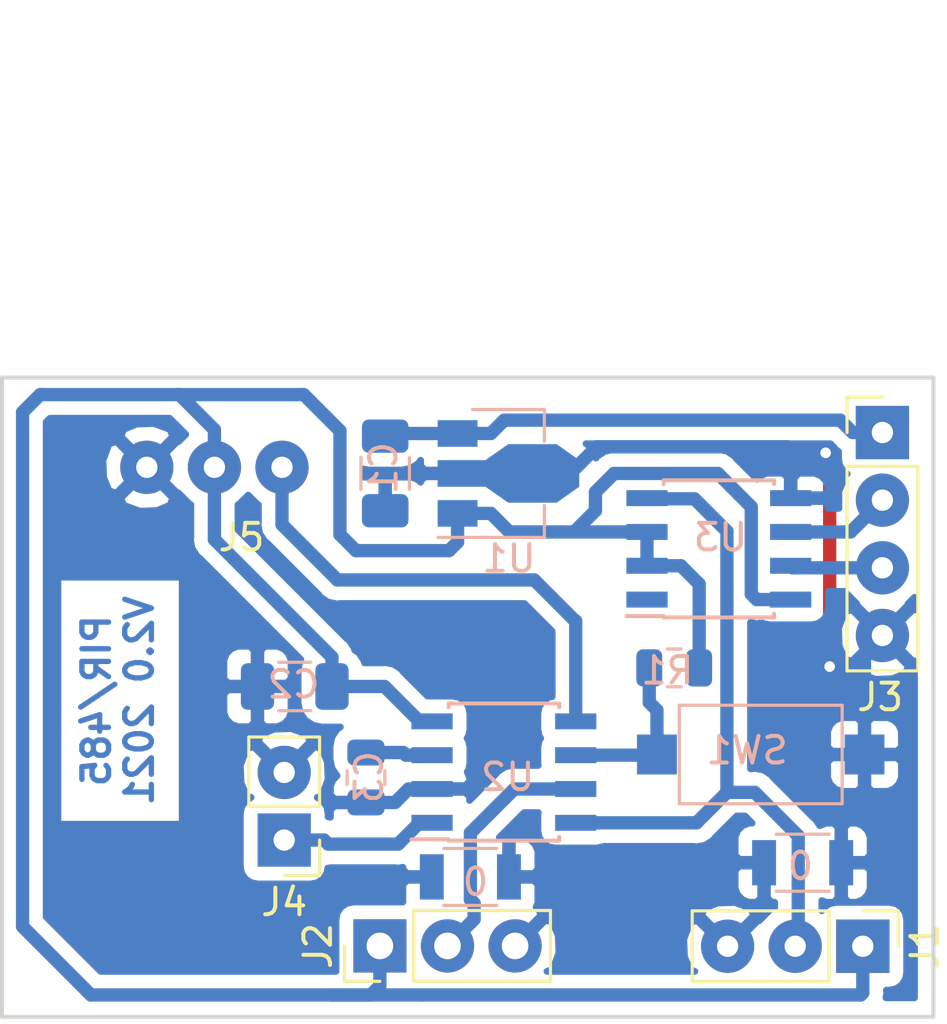
<source format=kicad_pcb>
(kicad_pcb (version 20171130) (host pcbnew "(5.0.2)-1")

  (general
    (thickness 1.6)
    (drawings 5)
    (tracks 110)
    (zones 0)
    (modules 15)
    (nets 13)
  )

  (page User 210.007 148.006)
  (layers
    (0 F.Cu signal)
    (31 B.Cu signal)
    (32 B.Adhes user)
    (33 F.Adhes user)
    (34 B.Paste user)
    (35 F.Paste user)
    (36 B.SilkS user)
    (37 F.SilkS user)
    (38 B.Mask user)
    (39 F.Mask user)
    (40 Dwgs.User user)
    (41 Cmts.User user)
    (42 Eco1.User user)
    (43 Eco2.User user)
    (44 Edge.Cuts user)
    (45 Margin user)
    (46 B.CrtYd user)
    (47 F.CrtYd user)
    (48 B.Fab user hide)
    (49 F.Fab user)
  )

  (setup
    (last_trace_width 0.25)
    (trace_clearance 0.3)
    (zone_clearance 0.508)
    (zone_45_only no)
    (trace_min 0.2)
    (segment_width 0.2)
    (edge_width 0.15)
    (via_size 0.8)
    (via_drill 0.4)
    (via_min_size 0.4)
    (via_min_drill 0.3)
    (uvia_size 0.3)
    (uvia_drill 0.1)
    (uvias_allowed no)
    (uvia_min_size 0.2)
    (uvia_min_drill 0.1)
    (pcb_text_width 0.3)
    (pcb_text_size 1.5 1.5)
    (mod_edge_width 0.15)
    (mod_text_size 1 1)
    (mod_text_width 0.15)
    (pad_size 2 2)
    (pad_drill 0.8)
    (pad_to_mask_clearance 0.051)
    (solder_mask_min_width 0.25)
    (aux_axis_origin 0 0)
    (visible_elements 7FFFFFFF)
    (pcbplotparams
      (layerselection 0x00000_fffffffe)
      (usegerberextensions false)
      (usegerberattributes false)
      (usegerberadvancedattributes false)
      (creategerberjobfile false)
      (excludeedgelayer false)
      (linewidth 0.100000)
      (plotframeref false)
      (viasonmask false)
      (mode 1)
      (useauxorigin false)
      (hpglpennumber 1)
      (hpglpenspeed 20)
      (hpglpendiameter 15.000000)
      (psnegative false)
      (psa4output false)
      (plotreference false)
      (plotvalue false)
      (plotinvisibletext false)
      (padsonsilk true)
      (subtractmaskfromsilk false)
      (outputformat 5)
      (mirror false)
      (drillshape 1)
      (scaleselection 1)
      (outputdirectory "DOC/"))
  )

  (net 0 "")
  (net 1 GND)
  (net 2 +5V)
  (net 3 "Net-(C3-Pad1)")
  (net 4 /A)
  (net 5 /B)
  (net 6 /Rx)
  (net 7 /RF)
  (net 8 /BTN)
  (net 9 "Net-(U3-Pad1)")
  (net 10 /SWIM_485TX)
  (net 11 /PIR)
  (net 12 VCC)

  (net_class Default "This is the default net class."
    (clearance 0.3)
    (trace_width 0.25)
    (via_dia 0.8)
    (via_drill 0.4)
    (uvia_dia 0.3)
    (uvia_drill 0.1)
    (add_net +5V)
    (add_net /A)
    (add_net /B)
    (add_net /BTN)
    (add_net /PIR)
    (add_net /RF)
    (add_net /Rx)
    (add_net /SWIM_485TX)
    (add_net GND)
    (add_net "Net-(C3-Pad1)")
    (add_net "Net-(U3-Pad1)")
    (add_net VCC)
  )

  (module TO_SOT_Packages_SMD:SOT-89-3 (layer B.Cu) (tedit 591F0203) (tstamp 601A8291)
    (at 48.6 33.6)
    (descr SOT-89-3)
    (tags SOT-89-3)
    (path /601A900E)
    (attr smd)
    (fp_text reference U1 (at 0.45 3.2) (layer B.SilkS)
      (effects (font (size 1 1) (thickness 0.15)) (justify mirror))
    )
    (fp_text value L78L05_SOT89 (at 0.45 -3.25) (layer B.Fab)
      (effects (font (size 1 1) (thickness 0.15)) (justify mirror))
    )
    (fp_line (start -2.48 -2.55) (end -2.48 2.55) (layer B.CrtYd) (width 0.05))
    (fp_line (start -2.48 -2.55) (end 3.23 -2.55) (layer B.CrtYd) (width 0.05))
    (fp_line (start 3.23 2.55) (end -2.48 2.55) (layer B.CrtYd) (width 0.05))
    (fp_line (start 3.23 2.55) (end 3.23 -2.55) (layer B.CrtYd) (width 0.05))
    (fp_line (start -0.13 2.3) (end 1.68 2.3) (layer B.Fab) (width 0.1))
    (fp_line (start -0.92 -2.3) (end -0.92 1.51) (layer B.Fab) (width 0.1))
    (fp_line (start 1.68 -2.3) (end -0.92 -2.3) (layer B.Fab) (width 0.1))
    (fp_line (start 1.68 2.3) (end 1.68 -2.3) (layer B.Fab) (width 0.1))
    (fp_line (start -0.92 1.51) (end -0.13 2.3) (layer B.Fab) (width 0.1))
    (fp_line (start 1.78 2.4) (end 1.78 1.2) (layer B.SilkS) (width 0.12))
    (fp_line (start -2.22 2.4) (end 1.78 2.4) (layer B.SilkS) (width 0.12))
    (fp_line (start 1.78 -2.4) (end -0.92 -2.4) (layer B.SilkS) (width 0.12))
    (fp_line (start 1.78 -1.2) (end 1.78 -2.4) (layer B.SilkS) (width 0.12))
    (fp_text user %R (at 0.38 0 -90) (layer B.Fab)
      (effects (font (size 0.6 0.6) (thickness 0.09)) (justify mirror))
    )
    (pad 2 smd trapezoid (at -0.0762 0 270) (size 1.5 1) (rect_delta 0 -0.7 ) (layers B.Cu B.Paste B.Mask)
      (net 1 GND))
    (pad 2 smd rect (at 1.3335 0 90) (size 2.2 1.84) (layers B.Cu B.Paste B.Mask)
      (net 1 GND))
    (pad 3 smd rect (at -1.48 -1.5 90) (size 1 1.5) (layers B.Cu B.Paste B.Mask)
      (net 12 VCC))
    (pad 2 smd rect (at -1.3335 0 90) (size 1 1.8) (layers B.Cu B.Paste B.Mask)
      (net 1 GND))
    (pad 1 smd rect (at -1.48 1.5 90) (size 1 1.5) (layers B.Cu B.Paste B.Mask)
      (net 2 +5V))
    (pad 2 smd trapezoid (at 2.667 0 90) (size 1.6 0.85) (rect_delta 0 -0.6 ) (layers B.Cu B.Paste B.Mask)
      (net 1 GND))
    (model ${KISYS3DMOD}/TO_SOT_Packages_SMD.3dshapes/SOT-89-3.wrl
      (at (xyz 0 0 0))
      (scale (xyz 1 1 1))
      (rotate (xyz 0 0 0))
    )
  )

  (module Resistors_SMD:R_1206 (layer B.Cu) (tedit 5FE45C5D) (tstamp 5FE31BCB)
    (at 60.086 48.218)
    (descr "Resistor SMD 1206, reflow soldering, Vishay (see dcrcw.pdf)")
    (tags "resistor 1206")
    (attr smd)
    (fp_text reference 0 (at -0.086 0.127) (layer B.SilkS)
      (effects (font (size 1 1) (thickness 0.15)) (justify mirror))
    )
    (fp_text value R_1206 (at 0 -1.95) (layer B.Fab)
      (effects (font (size 1 1) (thickness 0.15)) (justify mirror))
    )
    (fp_line (start 2.15 -1.1) (end -2.15 -1.1) (layer B.CrtYd) (width 0.05))
    (fp_line (start 2.15 -1.1) (end 2.15 1.11) (layer B.CrtYd) (width 0.05))
    (fp_line (start -2.15 1.11) (end -2.15 -1.1) (layer B.CrtYd) (width 0.05))
    (fp_line (start -2.15 1.11) (end 2.15 1.11) (layer B.CrtYd) (width 0.05))
    (fp_line (start -1 1.07) (end 1 1.07) (layer B.SilkS) (width 0.12))
    (fp_line (start 1 -1.07) (end -1 -1.07) (layer B.SilkS) (width 0.12))
    (fp_line (start -1.6 0.8) (end 1.6 0.8) (layer B.Fab) (width 0.1))
    (fp_line (start 1.6 0.8) (end 1.6 -0.8) (layer B.Fab) (width 0.1))
    (fp_line (start 1.6 -0.8) (end -1.6 -0.8) (layer B.Fab) (width 0.1))
    (fp_line (start -1.6 -0.8) (end -1.6 0.8) (layer B.Fab) (width 0.1))
    (fp_text user %R (at 0 0) (layer B.Fab)
      (effects (font (size 0.7 0.7) (thickness 0.105)) (justify mirror))
    )
    (pad 2 smd rect (at 1.45 0) (size 0.9 1.7) (layers B.Cu B.Paste B.Mask)
      (net 1 GND))
    (pad 1 smd rect (at -1.45 0) (size 0.9 1.7) (layers B.Cu B.Paste B.Mask)
      (net 1 GND))
    (model ${KISYS3DMOD}/Resistors_SMD.3dshapes/R_1206.wrl
      (at (xyz 0 0 0))
      (scale (xyz 1 1 1))
      (rotate (xyz 0 0 0))
    )
  )

  (module KiCad/kicad-footprints/Capacitor_SMD.pretty:C_1206_3216Metric (layer B.Cu) (tedit 5B301BBE) (tstamp 5FAF27E0)
    (at 44.4 33.6 270)
    (descr "Capacitor SMD 1206 (3216 Metric), square (rectangular) end terminal, IPC_7351 nominal, (Body size source: http://www.tortai-tech.com/upload/download/2011102023233369053.pdf), generated with kicad-footprint-generator")
    (tags capacitor)
    (path /5FADC9A8)
    (attr smd)
    (fp_text reference C1 (at -0.202 0.0635 270) (layer B.SilkS)
      (effects (font (size 1 1) (thickness 0.15)) (justify mirror))
    )
    (fp_text value 10u (at 0 -1.82 270) (layer B.Fab)
      (effects (font (size 1 1) (thickness 0.15)) (justify mirror))
    )
    (fp_line (start -1.6 -0.8) (end -1.6 0.8) (layer B.Fab) (width 0.1))
    (fp_line (start -1.6 0.8) (end 1.6 0.8) (layer B.Fab) (width 0.1))
    (fp_line (start 1.6 0.8) (end 1.6 -0.8) (layer B.Fab) (width 0.1))
    (fp_line (start 1.6 -0.8) (end -1.6 -0.8) (layer B.Fab) (width 0.1))
    (fp_line (start -0.602064 0.91) (end 0.602064 0.91) (layer B.SilkS) (width 0.12))
    (fp_line (start -0.602064 -0.91) (end 0.602064 -0.91) (layer B.SilkS) (width 0.12))
    (fp_line (start -2.28 -1.12) (end -2.28 1.12) (layer B.CrtYd) (width 0.05))
    (fp_line (start -2.28 1.12) (end 2.28 1.12) (layer B.CrtYd) (width 0.05))
    (fp_line (start 2.28 1.12) (end 2.28 -1.12) (layer B.CrtYd) (width 0.05))
    (fp_line (start 2.28 -1.12) (end -2.28 -1.12) (layer B.CrtYd) (width 0.05))
    (fp_text user %R (at 0 0 270) (layer B.Fab)
      (effects (font (size 0.8 0.8) (thickness 0.12)) (justify mirror))
    )
    (pad 1 smd roundrect (at -1.4 0 270) (size 1.25 1.75) (layers B.Cu B.Paste B.Mask) (roundrect_rratio 0.2)
      (net 12 VCC))
    (pad 2 smd roundrect (at 1.4 0 270) (size 1.25 1.75) (layers B.Cu B.Paste B.Mask) (roundrect_rratio 0.2)
      (net 1 GND))
    (model ${KISYS3DMOD}/Capacitor_SMD.3dshapes/C_1206_3216Metric.wrl
      (at (xyz 0 0 0))
      (scale (xyz 1 1 1))
      (rotate (xyz 0 0 0))
    )
  )

  (module KiCad/kicad-footprints/Capacitor_SMD.pretty:C_1206_3216Metric (layer B.Cu) (tedit 5B301BBE) (tstamp 5FAF27F1)
    (at 41 41.6 180)
    (descr "Capacitor SMD 1206 (3216 Metric), square (rectangular) end terminal, IPC_7351 nominal, (Body size source: http://www.tortai-tech.com/upload/download/2011102023233369053.pdf), generated with kicad-footprint-generator")
    (tags capacitor)
    (path /5FADC895)
    (attr smd)
    (fp_text reference C2 (at 0.0448 0.0762 180) (layer B.SilkS)
      (effects (font (size 1 1) (thickness 0.15)) (justify mirror))
    )
    (fp_text value 10u (at 0 -1.82 180) (layer B.Fab)
      (effects (font (size 1 1) (thickness 0.15)) (justify mirror))
    )
    (fp_text user %R (at 0 0 180) (layer B.Fab)
      (effects (font (size 0.8 0.8) (thickness 0.12)) (justify mirror))
    )
    (fp_line (start 2.28 -1.12) (end -2.28 -1.12) (layer B.CrtYd) (width 0.05))
    (fp_line (start 2.28 1.12) (end 2.28 -1.12) (layer B.CrtYd) (width 0.05))
    (fp_line (start -2.28 1.12) (end 2.28 1.12) (layer B.CrtYd) (width 0.05))
    (fp_line (start -2.28 -1.12) (end -2.28 1.12) (layer B.CrtYd) (width 0.05))
    (fp_line (start -0.602064 -0.91) (end 0.602064 -0.91) (layer B.SilkS) (width 0.12))
    (fp_line (start -0.602064 0.91) (end 0.602064 0.91) (layer B.SilkS) (width 0.12))
    (fp_line (start 1.6 -0.8) (end -1.6 -0.8) (layer B.Fab) (width 0.1))
    (fp_line (start 1.6 0.8) (end 1.6 -0.8) (layer B.Fab) (width 0.1))
    (fp_line (start -1.6 0.8) (end 1.6 0.8) (layer B.Fab) (width 0.1))
    (fp_line (start -1.6 -0.8) (end -1.6 0.8) (layer B.Fab) (width 0.1))
    (pad 2 smd roundrect (at 1.4 0 180) (size 1.25 1.75) (layers B.Cu B.Paste B.Mask) (roundrect_rratio 0.2)
      (net 1 GND))
    (pad 1 smd roundrect (at -1.4 0 180) (size 1.25 1.75) (layers B.Cu B.Paste B.Mask) (roundrect_rratio 0.2)
      (net 2 +5V))
    (model ${KISYS3DMOD}/Capacitor_SMD.3dshapes/C_1206_3216Metric.wrl
      (at (xyz 0 0 0))
      (scale (xyz 1 1 1))
      (rotate (xyz 0 0 0))
    )
  )

  (module KiCad/kicad-footprints/Capacitor_SMD.pretty:C_0805_2012Metric (layer B.Cu) (tedit 5B36C52B) (tstamp 5FAF2802)
    (at 43.6776 45.0176 270)
    (descr "Capacitor SMD 0805 (2012 Metric), square (rectangular) end terminal, IPC_7351 nominal, (Body size source: https://docs.google.com/spreadsheets/d/1BsfQQcO9C6DZCsRaXUlFlo91Tg2WpOkGARC1WS5S8t0/edit?usp=sharing), generated with kicad-footprint-generator")
    (tags capacitor)
    (path /5FAD2E08)
    (attr smd)
    (fp_text reference C3 (at -0.0176 -0.1143 270) (layer B.SilkS)
      (effects (font (size 1 1) (thickness 0.15)) (justify mirror))
    )
    (fp_text value 1u (at 0 -1.65 270) (layer B.Fab)
      (effects (font (size 1 1) (thickness 0.15)) (justify mirror))
    )
    (fp_text user %R (at 0 0 270) (layer B.Fab)
      (effects (font (size 0.5 0.5) (thickness 0.08)) (justify mirror))
    )
    (fp_line (start 1.68 -0.95) (end -1.68 -0.95) (layer B.CrtYd) (width 0.05))
    (fp_line (start 1.68 0.95) (end 1.68 -0.95) (layer B.CrtYd) (width 0.05))
    (fp_line (start -1.68 0.95) (end 1.68 0.95) (layer B.CrtYd) (width 0.05))
    (fp_line (start -1.68 -0.95) (end -1.68 0.95) (layer B.CrtYd) (width 0.05))
    (fp_line (start -0.258578 -0.71) (end 0.258578 -0.71) (layer B.SilkS) (width 0.12))
    (fp_line (start -0.258578 0.71) (end 0.258578 0.71) (layer B.SilkS) (width 0.12))
    (fp_line (start 1 -0.6) (end -1 -0.6) (layer B.Fab) (width 0.1))
    (fp_line (start 1 0.6) (end 1 -0.6) (layer B.Fab) (width 0.1))
    (fp_line (start -1 0.6) (end 1 0.6) (layer B.Fab) (width 0.1))
    (fp_line (start -1 -0.6) (end -1 0.6) (layer B.Fab) (width 0.1))
    (pad 2 smd roundrect (at 0.9375 0 270) (size 0.975 1.4) (layers B.Cu B.Paste B.Mask) (roundrect_rratio 0.25)
      (net 1 GND))
    (pad 1 smd roundrect (at -0.9375 0 270) (size 0.975 1.4) (layers B.Cu B.Paste B.Mask) (roundrect_rratio 0.25)
      (net 3 "Net-(C3-Pad1)"))
    (model ${KISYS3DMOD}/Capacitor_SMD.3dshapes/C_0805_2012Metric.wrl
      (at (xyz 0 0 0))
      (scale (xyz 1 1 1))
      (rotate (xyz 0 0 0))
    )
  )

  (module KiCad/kicad-footprints/Connector_PinHeader_2.54mm.pretty:PinHeader_1x03_P2.54mm_Vertical (layer F.Cu) (tedit 59FED5CC) (tstamp 5FAF2819)
    (at 62.3466 51.3549 270)
    (descr "Through hole straight pin header, 1x03, 2.54mm pitch, single row")
    (tags "Through hole pin header THT 1x03 2.54mm single row")
    (path /5FAD3AE8)
    (fp_text reference J1 (at 0 -2.33 270) (layer F.SilkS)
      (effects (font (size 1 1) (thickness 0.15)))
    )
    (fp_text value SWIM (at 2.0788 2.5952) (layer F.Fab)
      (effects (font (size 1 1) (thickness 0.15)))
    )
    (fp_text user %R (at 0 7.5952) (layer F.Fab)
      (effects (font (size 1 1) (thickness 0.15)))
    )
    (fp_line (start 1.8 -1.8) (end -1.8 -1.8) (layer F.CrtYd) (width 0.05))
    (fp_line (start 1.8 6.85) (end 1.8 -1.8) (layer F.CrtYd) (width 0.05))
    (fp_line (start -1.8 6.85) (end 1.8 6.85) (layer F.CrtYd) (width 0.05))
    (fp_line (start -1.8 -1.8) (end -1.8 6.85) (layer F.CrtYd) (width 0.05))
    (fp_line (start -1.33 -1.33) (end 0 -1.33) (layer F.SilkS) (width 0.12))
    (fp_line (start -1.33 0) (end -1.33 -1.33) (layer F.SilkS) (width 0.12))
    (fp_line (start -1.33 1.27) (end 1.33 1.27) (layer F.SilkS) (width 0.12))
    (fp_line (start 1.33 1.27) (end 1.33 6.41) (layer F.SilkS) (width 0.12))
    (fp_line (start -1.33 1.27) (end -1.33 6.41) (layer F.SilkS) (width 0.12))
    (fp_line (start -1.33 6.41) (end 1.33 6.41) (layer F.SilkS) (width 0.12))
    (fp_line (start -1.27 -0.635) (end -0.635 -1.27) (layer F.Fab) (width 0.1))
    (fp_line (start -1.27 6.35) (end -1.27 -0.635) (layer F.Fab) (width 0.1))
    (fp_line (start 1.27 6.35) (end -1.27 6.35) (layer F.Fab) (width 0.1))
    (fp_line (start 1.27 -1.27) (end 1.27 6.35) (layer F.Fab) (width 0.1))
    (fp_line (start -0.635 -1.27) (end 1.27 -1.27) (layer F.Fab) (width 0.1))
    (pad 3 thru_hole circle (at 0 5.08 270) (size 2 2) (drill 0.8) (layers *.Cu *.Mask)
      (net 1 GND))
    (pad 2 thru_hole circle (at 0 2.54 270) (size 2 2) (drill 0.8) (layers *.Cu *.Mask)
      (net 10 /SWIM_485TX))
    (pad 1 thru_hole rect (at 0 0 270) (size 2 2) (drill 0.8) (layers *.Cu *.Mask)
      (net 2 +5V))
    (model ${KISYS3DMOD}/Connector_PinHeader_2.54mm.3dshapes/PinHeader_1x03_P2.54mm_Vertical.wrl
      (at (xyz 0 0 0))
      (scale (xyz 1 1 1))
      (rotate (xyz 0 0 0))
    )
  )

  (module KiCad/kicad-footprints/Connector_PinHeader_2.54mm.pretty:PinHeader_1x04_P2.54mm_Vertical (layer F.Cu) (tedit 6004AF37) (tstamp 5FAF2847)
    (at 63.0832 32.0636)
    (descr "Through hole straight pin header, 1x04, 2.54mm pitch, single row")
    (tags "Through hole pin header THT 1x04 2.54mm single row")
    (path /5FAD4EB7)
    (fp_text reference J3 (at -0.0832 9.9364) (layer F.SilkS)
      (effects (font (size 1 1) (thickness 0.15)))
    )
    (fp_text value 485 (at 0 9.95) (layer F.Fab)
      (effects (font (size 1 1) (thickness 0.15)))
    )
    (fp_text user %R (at -2.0832 -0.0636 90) (layer F.Fab)
      (effects (font (size 1 1) (thickness 0.15)))
    )
    (fp_line (start 1.8 -1.8) (end -1.8 -1.8) (layer F.CrtYd) (width 0.05))
    (fp_line (start 1.8 9.4) (end 1.8 -1.8) (layer F.CrtYd) (width 0.05))
    (fp_line (start -1.8 9.4) (end 1.8 9.4) (layer F.CrtYd) (width 0.05))
    (fp_line (start -1.8 -1.8) (end -1.8 9.4) (layer F.CrtYd) (width 0.05))
    (fp_line (start -1.33 -1.33) (end 0 -1.33) (layer F.SilkS) (width 0.12))
    (fp_line (start -1.33 0) (end -1.33 -1.33) (layer F.SilkS) (width 0.12))
    (fp_line (start -1.33 1.27) (end 1.33 1.27) (layer F.SilkS) (width 0.12))
    (fp_line (start 1.33 1.27) (end 1.33 8.95) (layer F.SilkS) (width 0.12))
    (fp_line (start -1.33 1.27) (end -1.33 8.95) (layer F.SilkS) (width 0.12))
    (fp_line (start -1.33 8.95) (end 1.33 8.95) (layer F.SilkS) (width 0.12))
    (fp_line (start -1.27 -0.635) (end -0.635 -1.27) (layer F.Fab) (width 0.1))
    (fp_line (start -1.27 8.89) (end -1.27 -0.635) (layer F.Fab) (width 0.1))
    (fp_line (start 1.27 8.89) (end -1.27 8.89) (layer F.Fab) (width 0.1))
    (fp_line (start 1.27 -1.27) (end 1.27 8.89) (layer F.Fab) (width 0.1))
    (fp_line (start -0.635 -1.27) (end 1.27 -1.27) (layer F.Fab) (width 0.1))
    (pad 4 thru_hole circle (at 0 7.62) (size 2 2) (drill 0.8) (layers *.Cu *.Mask)
      (net 1 GND))
    (pad 3 thru_hole circle (at 0 5.08) (size 2 2) (drill 0.8) (layers *.Cu *.Mask)
      (net 5 /B))
    (pad 2 thru_hole circle (at 0 2.54) (size 2 2) (drill 0.8) (layers *.Cu *.Mask)
      (net 4 /A))
    (pad 1 thru_hole rect (at 0 0) (size 2 2) (drill 0.8) (layers *.Cu *.Mask)
      (net 12 VCC))
    (model ${KISYS3DMOD}/Connector_PinHeader_2.54mm.3dshapes/PinHeader_1x04_P2.54mm_Vertical.wrl
      (at (xyz 0 0 0))
      (scale (xyz 1 1 1))
      (rotate (xyz 0 0 0))
    )
  )

  (module Shutter_RF:SYN115_Mod (layer F.Cu) (tedit 5DDE9596) (tstamp 5FAF2863)
    (at 30.622 19.77)
    (path /5FAE772B)
    (fp_text reference J5 (at 8.378 16.23) (layer F.SilkS)
      (effects (font (size 1 1) (thickness 0.15)))
    )
    (fp_text value RF (at 6.2 -3.1) (layer F.Fab)
      (effects (font (size 1 1) (thickness 0.15)))
    )
    (fp_line (start 0 15) (end 11.8 15) (layer F.CrtYd) (width 0.127))
    (fp_line (start 11.8 0) (end 11.8 15) (layer F.CrtYd) (width 0.127))
    (fp_line (start 0 0) (end 0 15) (layer F.CrtYd) (width 0.127))
    (fp_line (start 0 0) (end 11.8 0) (layer F.CrtYd) (width 0.127))
    (pad 3 thru_hole circle (at 4.82 13.6) (size 2 2) (drill 0.8) (layers *.Cu *.Mask)
      (net 1 GND))
    (pad 2 thru_hole circle (at 7.36 13.6) (size 2 2) (drill 0.8) (layers *.Cu *.Mask)
      (net 2 +5V))
    (pad 1 thru_hole circle (at 9.9 13.6) (size 2 2) (drill 0.8) (layers *.Cu *.Mask)
      (net 7 /RF))
  )

  (module KiCad/kicad-footprints/Resistor_SMD.pretty:R_0805_2012Metric (layer B.Cu) (tedit 5B36C52B) (tstamp 5FAF2874)
    (at 55.26 40.9028 180)
    (descr "Resistor SMD 0805 (2012 Metric), square (rectangular) end terminal, IPC_7351 nominal, (Body size source: https://docs.google.com/spreadsheets/d/1BsfQQcO9C6DZCsRaXUlFlo91Tg2WpOkGARC1WS5S8t0/edit?usp=sharing), generated with kicad-footprint-generator")
    (tags resistor)
    (path /5FAE2A22)
    (attr smd)
    (fp_text reference R1 (at 0.26 -0.0972 180) (layer B.SilkS)
      (effects (font (size 1 1) (thickness 0.15)) (justify mirror))
    )
    (fp_text value 10K (at 0 -1.65 180) (layer B.Fab)
      (effects (font (size 1 1) (thickness 0.15)) (justify mirror))
    )
    (fp_line (start -1 -0.6) (end -1 0.6) (layer B.Fab) (width 0.1))
    (fp_line (start -1 0.6) (end 1 0.6) (layer B.Fab) (width 0.1))
    (fp_line (start 1 0.6) (end 1 -0.6) (layer B.Fab) (width 0.1))
    (fp_line (start 1 -0.6) (end -1 -0.6) (layer B.Fab) (width 0.1))
    (fp_line (start -0.258578 0.71) (end 0.258578 0.71) (layer B.SilkS) (width 0.12))
    (fp_line (start -0.258578 -0.71) (end 0.258578 -0.71) (layer B.SilkS) (width 0.12))
    (fp_line (start -1.68 -0.95) (end -1.68 0.95) (layer B.CrtYd) (width 0.05))
    (fp_line (start -1.68 0.95) (end 1.68 0.95) (layer B.CrtYd) (width 0.05))
    (fp_line (start 1.68 0.95) (end 1.68 -0.95) (layer B.CrtYd) (width 0.05))
    (fp_line (start 1.68 -0.95) (end -1.68 -0.95) (layer B.CrtYd) (width 0.05))
    (fp_text user %R (at 0 0 180) (layer B.Fab)
      (effects (font (size 0.5 0.5) (thickness 0.08)) (justify mirror))
    )
    (pad 1 smd roundrect (at -0.9375 0 180) (size 0.975 1.4) (layers B.Cu B.Paste B.Mask) (roundrect_rratio 0.25)
      (net 2 +5V))
    (pad 2 smd roundrect (at 0.9375 0 180) (size 0.975 1.4) (layers B.Cu B.Paste B.Mask) (roundrect_rratio 0.25)
      (net 8 /BTN))
    (model ${KISYS3DMOD}/Resistor_SMD.3dshapes/R_0805_2012Metric.wrl
      (at (xyz 0 0 0))
      (scale (xyz 1 1 1))
      (rotate (xyz 0 0 0))
    )
  )

  (module KiCad/kicad-footprints/Button_Switch_SMD.pretty:SW_SPST_CK_RS282G05A3 (layer B.Cu) (tedit 5A7A67D2) (tstamp 5FAF28A0)
    (at 58.5112 44.154)
    (descr https://www.mouser.com/ds/2/60/RS-282G05A-SM_RT-1159762.pdf)
    (tags "SPST button tactile switch")
    (path /5FAE272D)
    (attr smd)
    (fp_text reference SW1 (at -0.5112 -0.154) (layer B.SilkS)
      (effects (font (size 1 1) (thickness 0.15)) (justify mirror))
    )
    (fp_text value Sw (at 0 -3) (layer B.Fab)
      (effects (font (size 1 1) (thickness 0.15)) (justify mirror))
    )
    (fp_line (start 3 1.8) (end 3 -1.8) (layer B.Fab) (width 0.1))
    (fp_line (start -3 1.8) (end -3 -1.8) (layer B.Fab) (width 0.1))
    (fp_line (start -3 1.8) (end 3 1.8) (layer B.Fab) (width 0.1))
    (fp_line (start -3 -1.8) (end 3 -1.8) (layer B.Fab) (width 0.1))
    (fp_line (start -1.5 0.8) (end -1.5 -0.8) (layer B.Fab) (width 0.1))
    (fp_line (start 1.5 0.8) (end 1.5 -0.8) (layer B.Fab) (width 0.1))
    (fp_line (start -1.5 0.8) (end 1.5 0.8) (layer B.Fab) (width 0.1))
    (fp_line (start -1.5 -0.8) (end 1.5 -0.8) (layer B.Fab) (width 0.1))
    (fp_line (start -3.06 -1.85) (end -3.06 1.85) (layer B.SilkS) (width 0.12))
    (fp_line (start 3.06 -1.85) (end -3.06 -1.85) (layer B.SilkS) (width 0.12))
    (fp_line (start 3.06 1.85) (end 3.06 -1.85) (layer B.SilkS) (width 0.12))
    (fp_line (start -3.06 1.85) (end 3.06 1.85) (layer B.SilkS) (width 0.12))
    (fp_line (start -1.75 -1) (end -1.75 1) (layer B.Fab) (width 0.1))
    (fp_line (start 1.75 -1) (end -1.75 -1) (layer B.Fab) (width 0.1))
    (fp_line (start 1.75 1) (end 1.75 -1) (layer B.Fab) (width 0.1))
    (fp_line (start -1.75 1) (end 1.75 1) (layer B.Fab) (width 0.1))
    (fp_text user %R (at 0 2.6) (layer B.Fab)
      (effects (font (size 1 1) (thickness 0.15)) (justify mirror))
    )
    (fp_line (start -4.9 2.05) (end 4.9 2.05) (layer B.CrtYd) (width 0.05))
    (fp_line (start 4.9 2.05) (end 4.9 -2.05) (layer B.CrtYd) (width 0.05))
    (fp_line (start 4.9 -2.05) (end -4.9 -2.05) (layer B.CrtYd) (width 0.05))
    (fp_line (start -4.9 -2.05) (end -4.9 2.05) (layer B.CrtYd) (width 0.05))
    (pad 2 smd rect (at 3.9 0) (size 1.5 1.5) (layers B.Cu B.Paste B.Mask)
      (net 1 GND))
    (pad 1 smd rect (at -3.9 0) (size 1.5 1.5) (layers B.Cu B.Paste B.Mask)
      (net 8 /BTN))
    (model ${KISYS3DMOD}/Button_Switch_SMD.3dshapes/SW_SPST_CK_RS282G05A3.wrl
      (at (xyz 0 0 0))
      (scale (xyz 1 1 1))
      (rotate (xyz 0 0 0))
    )
  )

  (module KiCad/kicad-footprints/Package_SO.pretty:SOIC-8_3.9x4.9mm_P1.27mm (layer B.Cu) (tedit 5A02F2D3) (tstamp 5FAF28D3)
    (at 48.8592 44.8144)
    (descr "8-Lead Plastic Small Outline (SN) - Narrow, 3.90 mm Body [SOIC] (see Microchip Packaging Specification http://ww1.microchip.com/downloads/en/PackagingSpec/00000049BQ.pdf)")
    (tags "SOIC 1.27")
    (path /5FAD2BF8)
    (attr smd)
    (fp_text reference U2 (at 0.1408 0.1856) (layer B.SilkS)
      (effects (font (size 1 1) (thickness 0.15)) (justify mirror))
    )
    (fp_text value STM8S001J3M (at 0 -3.5) (layer B.Fab)
      (effects (font (size 1 1) (thickness 0.15)) (justify mirror))
    )
    (fp_text user %R (at 0 0) (layer B.Fab)
      (effects (font (size 1 1) (thickness 0.15)) (justify mirror))
    )
    (fp_line (start -0.95 2.45) (end 1.95 2.45) (layer B.Fab) (width 0.1))
    (fp_line (start 1.95 2.45) (end 1.95 -2.45) (layer B.Fab) (width 0.1))
    (fp_line (start 1.95 -2.45) (end -1.95 -2.45) (layer B.Fab) (width 0.1))
    (fp_line (start -1.95 -2.45) (end -1.95 1.45) (layer B.Fab) (width 0.1))
    (fp_line (start -1.95 1.45) (end -0.95 2.45) (layer B.Fab) (width 0.1))
    (fp_line (start -3.73 2.7) (end -3.73 -2.7) (layer B.CrtYd) (width 0.05))
    (fp_line (start 3.73 2.7) (end 3.73 -2.7) (layer B.CrtYd) (width 0.05))
    (fp_line (start -3.73 2.7) (end 3.73 2.7) (layer B.CrtYd) (width 0.05))
    (fp_line (start -3.73 -2.7) (end 3.73 -2.7) (layer B.CrtYd) (width 0.05))
    (fp_line (start -2.075 2.575) (end -2.075 2.525) (layer B.SilkS) (width 0.15))
    (fp_line (start 2.075 2.575) (end 2.075 2.43) (layer B.SilkS) (width 0.15))
    (fp_line (start 2.075 -2.575) (end 2.075 -2.43) (layer B.SilkS) (width 0.15))
    (fp_line (start -2.075 -2.575) (end -2.075 -2.43) (layer B.SilkS) (width 0.15))
    (fp_line (start -2.075 2.575) (end 2.075 2.575) (layer B.SilkS) (width 0.15))
    (fp_line (start -2.075 -2.575) (end 2.075 -2.575) (layer B.SilkS) (width 0.15))
    (fp_line (start -2.075 2.525) (end -3.475 2.525) (layer B.SilkS) (width 0.15))
    (pad 1 smd rect (at -2.7 1.905) (size 1.55 0.6) (layers B.Cu B.Paste B.Mask)
      (net 6 /Rx))
    (pad 2 smd rect (at -2.7 0.635) (size 1.55 0.6) (layers B.Cu B.Paste B.Mask)
      (net 1 GND))
    (pad 3 smd rect (at -2.7 -0.635) (size 1.55 0.6) (layers B.Cu B.Paste B.Mask)
      (net 3 "Net-(C3-Pad1)"))
    (pad 4 smd rect (at -2.7 -1.905) (size 1.55 0.6) (layers B.Cu B.Paste B.Mask)
      (net 2 +5V))
    (pad 5 smd rect (at 2.7 -1.905) (size 1.55 0.6) (layers B.Cu B.Paste B.Mask)
      (net 7 /RF))
    (pad 6 smd rect (at 2.7 -0.635) (size 1.55 0.6) (layers B.Cu B.Paste B.Mask)
      (net 8 /BTN))
    (pad 7 smd rect (at 2.7 0.635) (size 1.55 0.6) (layers B.Cu B.Paste B.Mask)
      (net 11 /PIR))
    (pad 8 smd rect (at 2.7 1.905) (size 1.55 0.6) (layers B.Cu B.Paste B.Mask)
      (net 10 /SWIM_485TX))
    (model ${KISYS3DMOD}/Package_SO.3dshapes/SOIC-8_3.9x4.9mm_P1.27mm.wrl
      (at (xyz 0 0 0))
      (scale (xyz 1 1 1))
      (rotate (xyz 0 0 0))
    )
  )

  (module KiCad/kicad-footprints/Package_SO.pretty:SOIC-8_3.9x4.9mm_P1.27mm (layer B.Cu) (tedit 5A02F2D3) (tstamp 5FAF28F0)
    (at 56.9364 36.4324)
    (descr "8-Lead Plastic Small Outline (SN) - Narrow, 3.90 mm Body [SOIC] (see Microchip Packaging Specification http://ww1.microchip.com/downloads/en/PackagingSpec/00000049BQ.pdf)")
    (tags "SOIC 1.27")
    (path /5FAD2AEA)
    (attr smd)
    (fp_text reference U3 (at 0.0636 -0.4324) (layer B.SilkS)
      (effects (font (size 1 1) (thickness 0.15)) (justify mirror))
    )
    (fp_text value SP3485EN (at 0 -3.5) (layer B.Fab)
      (effects (font (size 1 1) (thickness 0.15)) (justify mirror))
    )
    (fp_line (start -2.075 2.525) (end -3.475 2.525) (layer B.SilkS) (width 0.15))
    (fp_line (start -2.075 -2.575) (end 2.075 -2.575) (layer B.SilkS) (width 0.15))
    (fp_line (start -2.075 2.575) (end 2.075 2.575) (layer B.SilkS) (width 0.15))
    (fp_line (start -2.075 -2.575) (end -2.075 -2.43) (layer B.SilkS) (width 0.15))
    (fp_line (start 2.075 -2.575) (end 2.075 -2.43) (layer B.SilkS) (width 0.15))
    (fp_line (start 2.075 2.575) (end 2.075 2.43) (layer B.SilkS) (width 0.15))
    (fp_line (start -2.075 2.575) (end -2.075 2.525) (layer B.SilkS) (width 0.15))
    (fp_line (start -3.73 -2.7) (end 3.73 -2.7) (layer B.CrtYd) (width 0.05))
    (fp_line (start -3.73 2.7) (end 3.73 2.7) (layer B.CrtYd) (width 0.05))
    (fp_line (start 3.73 2.7) (end 3.73 -2.7) (layer B.CrtYd) (width 0.05))
    (fp_line (start -3.73 2.7) (end -3.73 -2.7) (layer B.CrtYd) (width 0.05))
    (fp_line (start -1.95 1.45) (end -0.95 2.45) (layer B.Fab) (width 0.1))
    (fp_line (start -1.95 -2.45) (end -1.95 1.45) (layer B.Fab) (width 0.1))
    (fp_line (start 1.95 -2.45) (end -1.95 -2.45) (layer B.Fab) (width 0.1))
    (fp_line (start 1.95 2.45) (end 1.95 -2.45) (layer B.Fab) (width 0.1))
    (fp_line (start -0.95 2.45) (end 1.95 2.45) (layer B.Fab) (width 0.1))
    (fp_text user %R (at 0 0) (layer B.Fab)
      (effects (font (size 1 1) (thickness 0.15)) (justify mirror))
    )
    (pad 8 smd rect (at 2.7 1.905) (size 1.55 0.6) (layers B.Cu B.Paste B.Mask)
      (net 2 +5V))
    (pad 7 smd rect (at 2.7 0.635) (size 1.55 0.6) (layers B.Cu B.Paste B.Mask)
      (net 5 /B))
    (pad 6 smd rect (at 2.7 -0.635) (size 1.55 0.6) (layers B.Cu B.Paste B.Mask)
      (net 4 /A))
    (pad 5 smd rect (at 2.7 -1.905) (size 1.55 0.6) (layers B.Cu B.Paste B.Mask)
      (net 1 GND))
    (pad 4 smd rect (at -2.7 -1.905) (size 1.55 0.6) (layers B.Cu B.Paste B.Mask)
      (net 10 /SWIM_485TX))
    (pad 3 smd rect (at -2.7 -0.635) (size 1.55 0.6) (layers B.Cu B.Paste B.Mask)
      (net 2 +5V))
    (pad 2 smd rect (at -2.7 0.635) (size 1.55 0.6) (layers B.Cu B.Paste B.Mask)
      (net 2 +5V))
    (pad 1 smd rect (at -2.7 1.905) (size 1.55 0.6) (layers B.Cu B.Paste B.Mask)
      (net 9 "Net-(U3-Pad1)"))
    (model ${KISYS3DMOD}/Package_SO.3dshapes/SOIC-8_3.9x4.9mm_P1.27mm.wrl
      (at (xyz 0 0 0))
      (scale (xyz 1 1 1))
      (rotate (xyz 0 0 0))
    )
  )

  (module KiCad/kicad-footprints/Connector_PinHeader_2.54mm.pretty:PinHeader_1x02_P2.54mm_Vertical (layer F.Cu) (tedit 59FED5CC) (tstamp 5FAFE9B3)
    (at 40.6042 47.3671 180)
    (descr "Through hole straight pin header, 1x02, 2.54mm pitch, single row")
    (tags "Through hole pin header THT 1x02 2.54mm single row")
    (path /5FAD79BF)
    (fp_text reference J4 (at 0 -2.33 180) (layer F.SilkS)
      (effects (font (size 1 1) (thickness 0.15)))
    )
    (fp_text value SerIn (at 0.146 -2.5788 180) (layer F.Fab)
      (effects (font (size 1 1) (thickness 0.15)))
    )
    (fp_line (start -0.635 -1.27) (end 1.27 -1.27) (layer F.Fab) (width 0.1))
    (fp_line (start 1.27 -1.27) (end 1.27 3.81) (layer F.Fab) (width 0.1))
    (fp_line (start 1.27 3.81) (end -1.27 3.81) (layer F.Fab) (width 0.1))
    (fp_line (start -1.27 3.81) (end -1.27 -0.635) (layer F.Fab) (width 0.1))
    (fp_line (start -1.27 -0.635) (end -0.635 -1.27) (layer F.Fab) (width 0.1))
    (fp_line (start -1.33 3.87) (end 1.33 3.87) (layer F.SilkS) (width 0.12))
    (fp_line (start -1.33 1.27) (end -1.33 3.87) (layer F.SilkS) (width 0.12))
    (fp_line (start 1.33 1.27) (end 1.33 3.87) (layer F.SilkS) (width 0.12))
    (fp_line (start -1.33 1.27) (end 1.33 1.27) (layer F.SilkS) (width 0.12))
    (fp_line (start -1.33 0) (end -1.33 -1.33) (layer F.SilkS) (width 0.12))
    (fp_line (start -1.33 -1.33) (end 0 -1.33) (layer F.SilkS) (width 0.12))
    (fp_line (start -1.8 -1.8) (end -1.8 4.35) (layer F.CrtYd) (width 0.05))
    (fp_line (start -1.8 4.35) (end 1.8 4.35) (layer F.CrtYd) (width 0.05))
    (fp_line (start 1.8 4.35) (end 1.8 -1.8) (layer F.CrtYd) (width 0.05))
    (fp_line (start 1.8 -1.8) (end -1.8 -1.8) (layer F.CrtYd) (width 0.05))
    (fp_text user %R (at 2.6042 1.3671 270) (layer F.Fab)
      (effects (font (size 1 1) (thickness 0.15)))
    )
    (pad 1 thru_hole rect (at 0 0 180) (size 2 2) (drill 0.8) (layers *.Cu *.Mask)
      (net 6 /Rx))
    (pad 2 thru_hole circle (at 0 2.54 180) (size 2 2) (drill 0.8) (layers *.Cu *.Mask)
      (net 1 GND))
    (model ${KISYS3DMOD}/Connector_PinHeader_2.54mm.3dshapes/PinHeader_1x02_P2.54mm_Vertical.wrl
      (at (xyz 0 0 0))
      (scale (xyz 1 1 1))
      (rotate (xyz 0 0 0))
    )
  )

  (module Pin_Headers:Pin_Header_Straight_1x03_Pitch2.54mm (layer F.Cu) (tedit 5FE31BBE) (tstamp 5FE3180B)
    (at 44.2 51.3422 90)
    (descr "Through hole straight pin header, 1x03, 2.54mm pitch, single row")
    (tags "Through hole pin header THT 1x03 2.54mm single row")
    (path /5FE351BE)
    (fp_text reference J2 (at 0 -2.33 90) (layer F.SilkS)
      (effects (font (size 1 1) (thickness 0.15)))
    )
    (fp_text value PIR (at 0 7.41 90) (layer F.Fab)
      (effects (font (size 1 1) (thickness 0.15)))
    )
    (fp_text user %R (at 0 2.54 180) (layer F.Fab)
      (effects (font (size 1 1) (thickness 0.15)))
    )
    (fp_line (start 1.8 -1.8) (end -1.8 -1.8) (layer F.CrtYd) (width 0.05))
    (fp_line (start 1.8 6.85) (end 1.8 -1.8) (layer F.CrtYd) (width 0.05))
    (fp_line (start -1.8 6.85) (end 1.8 6.85) (layer F.CrtYd) (width 0.05))
    (fp_line (start -1.8 -1.8) (end -1.8 6.85) (layer F.CrtYd) (width 0.05))
    (fp_line (start -1.33 -1.33) (end 0 -1.33) (layer F.SilkS) (width 0.12))
    (fp_line (start -1.33 0) (end -1.33 -1.33) (layer F.SilkS) (width 0.12))
    (fp_line (start -1.33 1.27) (end 1.33 1.27) (layer F.SilkS) (width 0.12))
    (fp_line (start 1.33 1.27) (end 1.33 6.41) (layer F.SilkS) (width 0.12))
    (fp_line (start -1.33 1.27) (end -1.33 6.41) (layer F.SilkS) (width 0.12))
    (fp_line (start -1.33 6.41) (end 1.33 6.41) (layer F.SilkS) (width 0.12))
    (fp_line (start -1.27 -0.635) (end -0.635 -1.27) (layer F.Fab) (width 0.1))
    (fp_line (start -1.27 6.35) (end -1.27 -0.635) (layer F.Fab) (width 0.1))
    (fp_line (start 1.27 6.35) (end -1.27 6.35) (layer F.Fab) (width 0.1))
    (fp_line (start 1.27 -1.27) (end 1.27 6.35) (layer F.Fab) (width 0.1))
    (fp_line (start -0.635 -1.27) (end 1.27 -1.27) (layer F.Fab) (width 0.1))
    (pad 3 thru_hole circle (at 0 5.08 90) (size 2 2) (drill 1) (layers *.Cu *.Mask)
      (net 1 GND))
    (pad 2 thru_hole circle (at 0 2.54 90) (size 2 2) (drill 1) (layers *.Cu *.Mask)
      (net 11 /PIR))
    (pad 1 thru_hole rect (at 0 0 90) (size 2 2) (drill 1) (layers *.Cu *.Mask)
      (net 2 +5V))
    (model ${KISYS3DMOD}/Pin_Headers.3dshapes/Pin_Header_Straight_1x03_Pitch2.54mm.wrl
      (at (xyz 0 0 0))
      (scale (xyz 1 1 1))
      (rotate (xyz 0 0 0))
    )
  )

  (module Resistors_SMD:R_1206 (layer B.Cu) (tedit 5FE45C3F) (tstamp 5FE31ABF)
    (at 47.6 48.7514)
    (descr "Resistor SMD 1206, reflow soldering, Vishay (see dcrcw.pdf)")
    (tags "resistor 1206")
    (attr smd)
    (fp_text reference 0 (at 0.1916 0.1905) (layer B.SilkS)
      (effects (font (size 1 1) (thickness 0.15)) (justify mirror))
    )
    (fp_text value R_1206 (at 0 -1.95) (layer B.Fab)
      (effects (font (size 1 1) (thickness 0.15)) (justify mirror))
    )
    (fp_text user %R (at 0 0) (layer B.Fab)
      (effects (font (size 0.7 0.7) (thickness 0.105)) (justify mirror))
    )
    (fp_line (start -1.6 -0.8) (end -1.6 0.8) (layer B.Fab) (width 0.1))
    (fp_line (start 1.6 -0.8) (end -1.6 -0.8) (layer B.Fab) (width 0.1))
    (fp_line (start 1.6 0.8) (end 1.6 -0.8) (layer B.Fab) (width 0.1))
    (fp_line (start -1.6 0.8) (end 1.6 0.8) (layer B.Fab) (width 0.1))
    (fp_line (start 1 -1.07) (end -1 -1.07) (layer B.SilkS) (width 0.12))
    (fp_line (start -1 1.07) (end 1 1.07) (layer B.SilkS) (width 0.12))
    (fp_line (start -2.15 1.11) (end 2.15 1.11) (layer B.CrtYd) (width 0.05))
    (fp_line (start -2.15 1.11) (end -2.15 -1.1) (layer B.CrtYd) (width 0.05))
    (fp_line (start 2.15 -1.1) (end 2.15 1.11) (layer B.CrtYd) (width 0.05))
    (fp_line (start 2.15 -1.1) (end -2.15 -1.1) (layer B.CrtYd) (width 0.05))
    (pad 1 smd rect (at -1.45 0) (size 0.9 1.7) (layers B.Cu B.Paste B.Mask)
      (net 1 GND))
    (pad 2 smd rect (at 1.45 0) (size 0.9 1.7) (layers B.Cu B.Paste B.Mask)
      (net 1 GND))
    (model ${KISYS3DMOD}/Resistors_SMD.3dshapes/R_1206.wrl
      (at (xyz 0 0 0))
      (scale (xyz 1 1 1))
      (rotate (xyz 0 0 0))
    )
  )

  (gr_text "PIR/485\nV2.0 2021" (at 34.3558 42.1347 90) (layer B.Cu)
    (effects (font (size 1 1) (thickness 0.2)) (justify mirror))
  )
  (gr_line (start 30 54) (end 30 30) (layer Edge.Cuts) (width 0.15))
  (gr_line (start 65 54) (end 30 54) (layer Edge.Cuts) (width 0.15))
  (gr_line (start 65 30) (end 65 54) (layer Edge.Cuts) (width 0.15))
  (gr_line (start 30 30) (end 65 30) (layer Edge.Cuts) (width 0.15))

  (segment (start 62.4112 40.3556) (end 63.0832 39.6836) (width 0.5) (layer B.Cu) (net 1) (status 30))
  (segment (start 62.4112 44.154) (end 62.4112 40.3556) (width 0.5) (layer B.Cu) (net 1) (status 30))
  (segment (start 46.1592 45.4494) (end 45.2778 45.4494) (width 0.5) (layer B.Cu) (net 1) (status 10))
  (segment (start 44.7721 45.9551) (end 43.6776 45.9551) (width 0.5) (layer B.Cu) (net 1) (status 20))
  (segment (start 45.2778 45.4494) (end 44.7721 45.9551) (width 0.5) (layer B.Cu) (net 1))
  (segment (start 59.6364 33.7274) (end 60.5382 32.8256) (width 0.5) (layer B.Cu) (net 1))
  (segment (start 59.6364 34.5274) (end 59.6364 33.7274) (width 0.5) (layer B.Cu) (net 1) (status 10))
  (via (at 60.9496 32.8256) (size 0.8) (drill 0.4) (layers F.Cu B.Cu) (net 1))
  (segment (start 60.5382 32.8256) (end 60.9496 32.8256) (width 0.5) (layer B.Cu) (net 1))
  (segment (start 60.9496 33.391285) (end 61.102 33.543685) (width 0.5) (layer F.Cu) (net 1))
  (segment (start 60.9496 32.8256) (end 60.9496 33.391285) (width 0.5) (layer F.Cu) (net 1))
  (segment (start 61.102 33.543685) (end 61.102 40.852) (width 0.5) (layer F.Cu) (net 1))
  (via (at 61.102 40.852) (size 0.8) (drill 0.4) (layers F.Cu B.Cu) (net 1))
  (segment (start 51.3535 33.6) (end 52.3535 32.6) (width 0.5) (layer B.Cu) (net 1))
  (segment (start 49.9335 33.6) (end 51.3535 33.6) (width 0.5) (layer B.Cu) (net 1))
  (segment (start 52.3535 32.6) (end 59.5 32.6) (width 0.5) (layer B.Cu) (net 1))
  (segment (start 59.7256 32.8256) (end 60.9496 32.8256) (width 0.5) (layer B.Cu) (net 1))
  (segment (start 59.5 32.6) (end 59.7256 32.8256) (width 0.5) (layer B.Cu) (net 1))
  (segment (start 62.3466 53.1075) (end 62.3466 51.3549) (width 0.5) (layer B.Cu) (net 2) (status 20))
  (segment (start 45.7896 53.1837) (end 62.2704 53.1837) (width 0.5) (layer B.Cu) (net 2))
  (segment (start 62.2704 53.1837) (end 62.3466 53.1075) (width 0.5) (layer B.Cu) (net 2))
  (segment (start 46.116 51.1771) (end 46.2811 51.3422) (width 0.5) (layer B.Cu) (net 11) (status 30))
  (segment (start 30.7744 50.6183) (end 33.3398 53.1837) (width 0.5) (layer B.Cu) (net 2))
  (segment (start 30.7744 31.3016) (end 30.7744 50.6183) (width 0.5) (layer B.Cu) (net 2))
  (segment (start 31.4348 30.6412) (end 30.7744 31.3016) (width 0.5) (layer B.Cu) (net 2))
  (segment (start 36.667413 30.6412) (end 36.6 30.6412) (width 0.5) (layer B.Cu) (net 2))
  (segment (start 37.982 31.955787) (end 36.667413 30.6412) (width 0.5) (layer B.Cu) (net 2))
  (segment (start 37.982 33.37) (end 37.982 31.955787) (width 0.5) (layer B.Cu) (net 2))
  (segment (start 36.6 30.6412) (end 31.4348 30.6412) (width 0.5) (layer B.Cu) (net 2))
  (segment (start 55.5114 37.0674) (end 54.2364 37.0674) (width 0.5) (layer B.Cu) (net 2))
  (segment (start 56.1975 37.7535) (end 55.5114 37.0674) (width 0.5) (layer B.Cu) (net 2))
  (segment (start 56.1975 40.9028) (end 56.1975 37.7535) (width 0.5) (layer B.Cu) (net 2))
  (segment (start 54.2364 35.7974) (end 54.2364 37.0674) (width 0.5) (layer B.Cu) (net 2))
  (segment (start 47.12 36.18) (end 47.12 35.1) (width 0.5) (layer B.Cu) (net 2))
  (segment (start 41.3412 30.6412) (end 42.7 32) (width 0.5) (layer B.Cu) (net 2))
  (segment (start 36.6 30.6412) (end 41.3412 30.6412) (width 0.5) (layer B.Cu) (net 2))
  (segment (start 42.7 32) (end 42.7 35.9) (width 0.5) (layer B.Cu) (net 2))
  (segment (start 42.7 35.9) (end 43.3 36.5) (width 0.5) (layer B.Cu) (net 2))
  (segment (start 43.3 36.5) (end 46.8 36.5) (width 0.5) (layer B.Cu) (net 2))
  (segment (start 46.8 36.5) (end 47.12 36.18) (width 0.5) (layer B.Cu) (net 2))
  (segment (start 45.6842 42.9094) (end 44.3748 41.6) (width 0.5) (layer B.Cu) (net 2))
  (segment (start 46.1592 42.9094) (end 45.6842 42.9094) (width 0.5) (layer B.Cu) (net 2))
  (segment (start 44.3748 41.6) (end 42.4 41.6) (width 0.5) (layer B.Cu) (net 2))
  (segment (start 37.982 36.082) (end 37.982 33.37) (width 0.5) (layer B.Cu) (net 2))
  (segment (start 42.4 41.6) (end 42.4 40.5) (width 0.5) (layer B.Cu) (net 2))
  (segment (start 42.4 40.5) (end 37.982 36.082) (width 0.5) (layer B.Cu) (net 2))
  (segment (start 48.37 35.1) (end 47.12 35.1) (width 0.5) (layer B.Cu) (net 2))
  (segment (start 49.0674 35.7974) (end 48.37 35.1) (width 0.5) (layer B.Cu) (net 2))
  (segment (start 52.3 34.9974) (end 51.5 35.7974) (width 0.5) (layer B.Cu) (net 2))
  (segment (start 53 33.6) (end 52.3 34.3) (width 0.5) (layer B.Cu) (net 2))
  (segment (start 56.9 33.6) (end 53 33.6) (width 0.5) (layer B.Cu) (net 2))
  (segment (start 51.5 35.7974) (end 49.0674 35.7974) (width 0.5) (layer B.Cu) (net 2))
  (segment (start 54.2364 35.7974) (end 51.5 35.7974) (width 0.5) (layer B.Cu) (net 2))
  (segment (start 52.3 34.3) (end 52.3 34.9974) (width 0.5) (layer B.Cu) (net 2))
  (segment (start 59.6364 38.3374) (end 58.3614 38.3374) (width 0.5) (layer B.Cu) (net 2))
  (segment (start 58.3614 38.3374) (end 58.1556 38.1316) (width 0.5) (layer B.Cu) (net 2))
  (segment (start 58.1556 38.1316) (end 58.1556 34.8556) (width 0.5) (layer B.Cu) (net 2))
  (segment (start 58.1556 34.8556) (end 56.9 33.6) (width 0.5) (layer B.Cu) (net 2))
  (segment (start 44.2 52.8422) (end 44.2 51.3422) (width 0.5) (layer B.Cu) (net 2))
  (segment (start 43.8585 53.1837) (end 44.2 52.8422) (width 0.5) (layer B.Cu) (net 2))
  (segment (start 42.4 53.1837) (end 43.8585 53.1837) (width 0.5) (layer B.Cu) (net 2))
  (segment (start 33.3398 53.1837) (end 42.4 53.1837) (width 0.5) (layer B.Cu) (net 2))
  (segment (start 42.4 53.1837) (end 45.7896 53.1837) (width 0.5) (layer B.Cu) (net 2))
  (segment (start 46.1592 44.1794) (end 45.1762 44.1794) (width 0.5) (layer B.Cu) (net 3) (status 10))
  (segment (start 45.0769 44.0801) (end 43.6776 44.0801) (width 0.5) (layer B.Cu) (net 3) (status 20))
  (segment (start 45.1762 44.1794) (end 45.0769 44.0801) (width 0.5) (layer B.Cu) (net 3))
  (segment (start 61.8894 35.7974) (end 59.6364 35.7974) (width 0.5) (layer B.Cu) (net 4) (status 20))
  (segment (start 63.0832 34.6036) (end 61.8894 35.7974) (width 0.5) (layer B.Cu) (net 4) (status 10))
  (segment (start 59.7126 37.1436) (end 59.6364 37.0674) (width 0.5) (layer B.Cu) (net 5) (status 30))
  (segment (start 63.0832 37.1436) (end 59.7126 37.1436) (width 0.5) (layer B.Cu) (net 5) (status 30))
  (segment (start 45.6842 46.7194) (end 46.1592 46.7194) (width 0.5) (layer B.Cu) (net 6) (status 30))
  (segment (start 44.8842 47.5194) (end 45.6842 46.7194) (width 0.5) (layer B.Cu) (net 6) (status 20))
  (segment (start 42.2565 47.5194) (end 44.8842 47.5194) (width 0.5) (layer B.Cu) (net 6))
  (segment (start 42.1042 47.3671) (end 42.2565 47.5194) (width 0.5) (layer B.Cu) (net 6))
  (segment (start 40.6042 47.3671) (end 42.1042 47.3671) (width 0.5) (layer B.Cu) (net 6) (status 10))
  (segment (start 40.522 35.522) (end 40.522 33.37) (width 0.5) (layer B.Cu) (net 7))
  (segment (start 42.6 37.6) (end 40.522 35.522) (width 0.5) (layer B.Cu) (net 7))
  (segment (start 50 37.6) (end 42.6 37.6) (width 0.5) (layer B.Cu) (net 7))
  (segment (start 51.55 39.15) (end 50 37.6) (width 0.5) (layer B.Cu) (net 7))
  (segment (start 51.5592 42.9094) (end 51.5592 39.1408) (width 0.5) (layer B.Cu) (net 7))
  (segment (start 51.5592 39.1408) (end 51.55 39.15) (width 0.5) (layer B.Cu) (net 7))
  (segment (start 54.6112 44.154) (end 54.6112 42.4892) (width 0.5) (layer B.Cu) (net 8) (status 10))
  (segment (start 54.3225 42.2005) (end 54.3225 40.9028) (width 0.5) (layer B.Cu) (net 8) (status 20))
  (segment (start 54.6112 42.4892) (end 54.3225 42.2005) (width 0.5) (layer B.Cu) (net 8))
  (segment (start 54.5858 44.1794) (end 54.6112 44.154) (width 0.5) (layer B.Cu) (net 8) (status 30))
  (segment (start 51.5592 44.1794) (end 54.5858 44.1794) (width 0.5) (layer B.Cu) (net 8) (status 30))
  (segment (start 54.851402 34.5274) (end 54.2364 34.5274) (width 0.5) (layer B.Cu) (net 10) (status 30))
  (segment (start 56.0982 46.7194) (end 57.2412 45.5764) (width 0.5) (layer B.Cu) (net 10))
  (segment (start 57.2412 45.5764) (end 57.2412 35.772) (width 0.5) (layer B.Cu) (net 10))
  (segment (start 57.2412 35.772) (end 56.022 34.5528) (width 0.5) (layer B.Cu) (net 10))
  (segment (start 56.022 34.5528) (end 54.876802 34.5528) (width 0.5) (layer B.Cu) (net 10) (status 20))
  (segment (start 54.876802 34.5528) (end 54.851402 34.5274) (width 0.5) (layer B.Cu) (net 10) (status 30))
  (segment (start 51.5592 46.7194) (end 55.8188 46.7194) (width 0.5) (layer B.Cu) (net 10) (status 10))
  (segment (start 55.8188 46.7194) (end 56.0982 46.7194) (width 0.5) (layer B.Cu) (net 10))
  (segment (start 58.284402 45.5764) (end 57.2412 45.5764) (width 0.5) (layer B.Cu) (net 10))
  (segment (start 59.9209 47.212898) (end 58.284402 45.5764) (width 0.5) (layer B.Cu) (net 10))
  (segment (start 59.9209 51.3422) (end 59.9209 47.212898) (width 0.5) (layer B.Cu) (net 10) (status 10))
  (segment (start 47.739999 50.342201) (end 46.74 51.3422) (width 0.5) (layer B.Cu) (net 11))
  (segment (start 47.739999 49.739999) (end 47.739999 50.342201) (width 0.5) (layer B.Cu) (net 11))
  (segment (start 47.6 49.6) (end 47.739999 49.739999) (width 0.5) (layer B.Cu) (net 11))
  (segment (start 47.6 47.1) (end 47.6 49.6) (width 0.5) (layer B.Cu) (net 11))
  (segment (start 49.2506 45.4494) (end 47.6 47.1) (width 0.5) (layer B.Cu) (net 11))
  (segment (start 51.5592 45.4494) (end 49.2506 45.4494) (width 0.5) (layer B.Cu) (net 11))
  (segment (start 44.5 32.1) (end 44.4 32.2) (width 0.5) (layer B.Cu) (net 12))
  (segment (start 47.12 32.1) (end 44.5 32.1) (width 0.5) (layer B.Cu) (net 12))
  (segment (start 63.0832 32.0636) (end 61.9636 32.0636) (width 0.5) (layer B.Cu) (net 12))
  (segment (start 61.9636 32.0636) (end 61.5 31.6) (width 0.5) (layer B.Cu) (net 12))
  (segment (start 48.37 32.1) (end 47.12 32.1) (width 0.5) (layer B.Cu) (net 12))
  (segment (start 48.87 31.6) (end 48.37 32.1) (width 0.5) (layer B.Cu) (net 12))
  (segment (start 61.5 31.6) (end 48.87 31.6) (width 0.5) (layer B.Cu) (net 12))

  (zone (net 1) (net_name GND) (layer B.Cu) (tstamp 601AA5FB) (hatch edge 0.508)
    (connect_pads (clearance 0.508))
    (min_thickness 0.254)
    (fill yes (arc_segments 16) (thermal_gap 0.508) (thermal_bridge_width 0.508))
    (polygon
      (pts
        (xy 30 30) (xy 65 30) (xy 65 54) (xy 30 54)
      )
    )
    (filled_polygon
      (pts
        (xy 61.697114 38.069753) (xy 62.123272 38.495911) (xy 62.110273 38.531068) (xy 63.0832 39.503995) (xy 64.056127 38.531068)
        (xy 64.043128 38.495911) (xy 64.29 38.249039) (xy 64.29 38.730737) (xy 64.235732 38.710673) (xy 63.262805 39.6836)
        (xy 64.235732 40.656527) (xy 64.29 40.636463) (xy 64.290001 53.29) (xy 63.212637 53.29) (xy 63.2316 53.194665)
        (xy 63.2316 53.19466) (xy 63.248937 53.107501) (xy 63.2316 53.020341) (xy 63.2316 53.00234) (xy 63.3466 53.00234)
        (xy 63.594365 52.953057) (xy 63.804409 52.812709) (xy 63.944757 52.602665) (xy 63.99404 52.3549) (xy 63.99404 50.3549)
        (xy 63.944757 50.107135) (xy 63.804409 49.897091) (xy 63.594365 49.756743) (xy 63.3466 49.70746) (xy 61.3466 49.70746)
        (xy 61.098835 49.756743) (xy 60.888791 49.897091) (xy 60.8059 50.021145) (xy 60.8059 49.639298) (xy 60.959691 49.703)
        (xy 61.25025 49.703) (xy 61.409 49.54425) (xy 61.409 48.345) (xy 61.663 48.345) (xy 61.663 49.54425)
        (xy 61.82175 49.703) (xy 62.112309 49.703) (xy 62.345698 49.606327) (xy 62.524327 49.427699) (xy 62.621 49.19431)
        (xy 62.621 48.50375) (xy 62.46225 48.345) (xy 61.663 48.345) (xy 61.409 48.345) (xy 61.389 48.345)
        (xy 61.389 48.091) (xy 61.409 48.091) (xy 61.409 46.89175) (xy 61.663 46.89175) (xy 61.663 48.091)
        (xy 62.46225 48.091) (xy 62.621 47.93225) (xy 62.621 47.24169) (xy 62.524327 47.008301) (xy 62.345698 46.829673)
        (xy 62.112309 46.733) (xy 61.82175 46.733) (xy 61.663 46.89175) (xy 61.409 46.89175) (xy 61.25025 46.733)
        (xy 60.959691 46.733) (xy 60.728586 46.828727) (xy 60.661984 46.729051) (xy 60.608324 46.648743) (xy 60.608323 46.648742)
        (xy 60.558949 46.574849) (xy 60.485056 46.525475) (xy 58.971827 45.012247) (xy 58.922451 44.938351) (xy 58.629712 44.742748)
        (xy 58.371567 44.6914) (xy 58.371563 44.6914) (xy 58.284402 44.674063) (xy 58.197241 44.6914) (xy 58.1262 44.6914)
        (xy 58.1262 44.43975) (xy 61.0262 44.43975) (xy 61.0262 45.03031) (xy 61.122873 45.263699) (xy 61.301502 45.442327)
        (xy 61.534891 45.539) (xy 62.12545 45.539) (xy 62.2842 45.38025) (xy 62.2842 44.281) (xy 62.5382 44.281)
        (xy 62.5382 45.38025) (xy 62.69695 45.539) (xy 63.287509 45.539) (xy 63.520898 45.442327) (xy 63.699527 45.263699)
        (xy 63.7962 45.03031) (xy 63.7962 44.43975) (xy 63.63745 44.281) (xy 62.5382 44.281) (xy 62.2842 44.281)
        (xy 61.18495 44.281) (xy 61.0262 44.43975) (xy 58.1262 44.43975) (xy 58.1262 43.27769) (xy 61.0262 43.27769)
        (xy 61.0262 43.86825) (xy 61.18495 44.027) (xy 62.2842 44.027) (xy 62.2842 42.92775) (xy 62.5382 42.92775)
        (xy 62.5382 44.027) (xy 63.63745 44.027) (xy 63.7962 43.86825) (xy 63.7962 43.27769) (xy 63.699527 43.044301)
        (xy 63.520898 42.865673) (xy 63.287509 42.769) (xy 62.69695 42.769) (xy 62.5382 42.92775) (xy 62.2842 42.92775)
        (xy 62.12545 42.769) (xy 61.534891 42.769) (xy 61.301502 42.865673) (xy 61.122873 43.044301) (xy 61.0262 43.27769)
        (xy 58.1262 43.27769) (xy 58.1262 40.836132) (xy 62.110273 40.836132) (xy 62.208936 41.102987) (xy 62.818661 41.329508)
        (xy 63.46866 41.305456) (xy 63.957464 41.102987) (xy 64.056127 40.836132) (xy 63.0832 39.863205) (xy 62.110273 40.836132)
        (xy 58.1262 40.836132) (xy 58.1262 39.419061) (xy 61.437292 39.419061) (xy 61.461344 40.06906) (xy 61.663813 40.557864)
        (xy 61.930668 40.656527) (xy 62.903595 39.6836) (xy 61.930668 38.710673) (xy 61.663813 38.809336) (xy 61.437292 39.419061)
        (xy 58.1262 39.419061) (xy 58.1262 39.192954) (xy 58.274235 39.2224) (xy 58.27424 39.2224) (xy 58.361399 39.239737)
        (xy 58.448559 39.2224) (xy 58.593944 39.2224) (xy 58.613635 39.235557) (xy 58.8614 39.28484) (xy 60.4114 39.28484)
        (xy 60.659165 39.235557) (xy 60.869209 39.095209) (xy 61.009557 38.885165) (xy 61.05884 38.6374) (xy 61.05884 38.0374)
        (xy 61.05709 38.0286) (xy 61.680068 38.0286)
      )
    )
    (filled_polygon
      (pts
        (xy 50.13676 46.4194) (xy 50.13676 47.0194) (xy 50.186043 47.267165) (xy 50.326391 47.477209) (xy 50.536435 47.617557)
        (xy 50.7842 47.66684) (xy 52.3342 47.66684) (xy 52.581965 47.617557) (xy 52.601656 47.6044) (xy 56.011039 47.6044)
        (xy 56.0982 47.621737) (xy 56.185361 47.6044) (xy 56.185365 47.6044) (xy 56.44351 47.553052) (xy 56.736249 47.357449)
        (xy 56.785625 47.283553) (xy 57.607779 46.4614) (xy 57.917824 46.4614) (xy 58.189424 46.733) (xy 58.059691 46.733)
        (xy 57.826302 46.829673) (xy 57.647673 47.008301) (xy 57.551 47.24169) (xy 57.551 47.93225) (xy 57.70975 48.091)
        (xy 58.509 48.091) (xy 58.509 48.071) (xy 58.763 48.071) (xy 58.763 48.091) (xy 58.783 48.091)
        (xy 58.783 48.345) (xy 58.763 48.345) (xy 58.763 49.54425) (xy 58.92175 49.703) (xy 59.0359 49.703)
        (xy 59.0359 49.904423) (xy 58.880447 49.968814) (xy 58.454289 50.394972) (xy 58.419132 50.381973) (xy 57.446205 51.3549)
        (xy 57.460348 51.369043) (xy 57.280743 51.548648) (xy 57.2666 51.534505) (xy 57.252458 51.548648) (xy 57.072853 51.369043)
        (xy 57.086995 51.3549) (xy 56.114068 50.381973) (xy 55.847213 50.480636) (xy 55.620692 51.090361) (xy 55.644744 51.74036)
        (xy 55.847213 52.229164) (xy 56.035288 52.2987) (xy 50.476962 52.2987) (xy 50.699387 52.216464) (xy 50.925908 51.606739)
        (xy 50.901856 50.95674) (xy 50.699387 50.467936) (xy 50.432532 50.369273) (xy 49.459605 51.3422) (xy 49.473748 51.356343)
        (xy 49.294143 51.535948) (xy 49.28 51.521805) (xy 49.265858 51.535948) (xy 49.086253 51.356343) (xy 49.100395 51.3422)
        (xy 49.086253 51.328058) (xy 49.265858 51.148453) (xy 49.28 51.162595) (xy 50.240227 50.202368) (xy 56.293673 50.202368)
        (xy 57.2666 51.175295) (xy 58.239527 50.202368) (xy 58.140864 49.935513) (xy 57.531139 49.708992) (xy 56.88114 49.733044)
        (xy 56.392336 49.935513) (xy 56.293673 50.202368) (xy 50.240227 50.202368) (xy 50.252927 50.189668) (xy 50.154264 49.922813)
        (xy 50.067532 49.890591) (xy 50.135 49.72771) (xy 50.135 49.03715) (xy 49.97625 48.8784) (xy 49.177 48.8784)
        (xy 49.177 48.8984) (xy 48.923 48.8984) (xy 48.923 48.8784) (xy 48.903 48.8784) (xy 48.903 48.6244)
        (xy 48.923 48.6244) (xy 48.923 47.42515) (xy 49.177 47.42515) (xy 49.177 48.6244) (xy 49.97625 48.6244)
        (xy 50.0969 48.50375) (xy 57.551 48.50375) (xy 57.551 49.19431) (xy 57.647673 49.427699) (xy 57.826302 49.606327)
        (xy 58.059691 49.703) (xy 58.35025 49.703) (xy 58.509 49.54425) (xy 58.509 48.345) (xy 57.70975 48.345)
        (xy 57.551 48.50375) (xy 50.0969 48.50375) (xy 50.135 48.46565) (xy 50.135 47.77509) (xy 50.038327 47.541701)
        (xy 49.859698 47.363073) (xy 49.626309 47.2664) (xy 49.33575 47.2664) (xy 49.177 47.42515) (xy 48.923 47.42515)
        (xy 48.76425 47.2664) (xy 48.685178 47.2664) (xy 49.617179 46.3344) (xy 50.153667 46.3344)
      )
    )
    (filled_polygon
      (pts
        (xy 36.907198 32.132563) (xy 36.629689 32.410072) (xy 36.594532 32.397073) (xy 35.621605 33.37) (xy 36.594532 34.342927)
        (xy 36.629689 34.329928) (xy 37.055847 34.756086) (xy 37.097 34.773132) (xy 37.097 35.994839) (xy 37.079663 36.082)
        (xy 37.097 36.169161) (xy 37.097 36.169164) (xy 37.148348 36.427309) (xy 37.343951 36.720049) (xy 37.417847 36.769425)
        (xy 41.229565 40.581143) (xy 41.195874 40.631565) (xy 41.12756 40.975) (xy 41.12756 42.225) (xy 41.195874 42.568435)
        (xy 41.390414 42.859586) (xy 41.681565 43.054126) (xy 42.025 43.12244) (xy 42.716515 43.12244) (xy 42.591184 43.206184)
        (xy 42.397998 43.495306) (xy 42.33016 43.83635) (xy 42.33016 44.32385) (xy 42.397998 44.664894) (xy 42.591184 44.954016)
        (xy 42.592367 44.954807) (xy 42.439273 45.107902) (xy 42.3426 45.341291) (xy 42.3426 45.66935) (xy 42.50135 45.8281)
        (xy 43.5506 45.8281) (xy 43.5506 45.8081) (xy 43.8046 45.8081) (xy 43.8046 45.8281) (xy 43.8246 45.8281)
        (xy 43.8246 46.0821) (xy 43.8046 46.0821) (xy 43.8046 46.1021) (xy 43.5506 46.1021) (xy 43.5506 46.0821)
        (xy 42.50135 46.0821) (xy 42.3426 46.24085) (xy 42.3426 46.512182) (xy 42.25164 46.494089) (xy 42.25164 46.3671)
        (xy 42.202357 46.119335) (xy 42.062009 45.909291) (xy 41.851965 45.768943) (xy 41.844709 45.7675) (xy 42.023587 45.701364)
        (xy 42.250108 45.091639) (xy 42.226056 44.44164) (xy 42.023587 43.952836) (xy 41.756732 43.854173) (xy 40.783805 44.8271)
        (xy 40.797948 44.841243) (xy 40.618343 45.020848) (xy 40.6042 45.006705) (xy 40.590058 45.020848) (xy 40.410453 44.841243)
        (xy 40.424595 44.8271) (xy 39.451668 43.854173) (xy 39.184813 43.952836) (xy 38.958292 44.562561) (xy 38.982344 45.21256)
        (xy 39.184813 45.701364) (xy 39.363691 45.7675) (xy 39.356435 45.768943) (xy 39.146391 45.909291) (xy 39.006043 46.119335)
        (xy 38.95676 46.3671) (xy 38.95676 48.3671) (xy 39.006043 48.614865) (xy 39.146391 48.824909) (xy 39.356435 48.965257)
        (xy 39.6042 49.01454) (xy 41.6042 49.01454) (xy 41.851965 48.965257) (xy 42.062009 48.824909) (xy 42.202357 48.614865)
        (xy 42.241371 48.418728) (xy 42.2565 48.421737) (xy 42.343661 48.4044) (xy 44.797039 48.4044) (xy 44.8842 48.421737)
        (xy 44.971361 48.4044) (xy 44.971365 48.4044) (xy 45.065 48.385775) (xy 45.065 48.46565) (xy 45.22375 48.6244)
        (xy 46.023 48.6244) (xy 46.023 48.6044) (xy 46.277 48.6044) (xy 46.277 48.6244) (xy 46.297 48.6244)
        (xy 46.297 48.8784) (xy 46.277 48.8784) (xy 46.277 48.8984) (xy 46.023 48.8984) (xy 46.023 48.8784)
        (xy 45.22375 48.8784) (xy 45.065 49.03715) (xy 45.065 49.69476) (xy 43.2 49.69476) (xy 42.952235 49.744043)
        (xy 42.742191 49.884391) (xy 42.601843 50.094435) (xy 42.55256 50.3422) (xy 42.55256 52.2987) (xy 33.706379 52.2987)
        (xy 31.6594 50.251722) (xy 31.6594 37.494938) (xy 32.1008 37.494938) (xy 32.1008 46.774462) (xy 36.7708 46.774462)
        (xy 36.7708 43.674568) (xy 39.631273 43.674568) (xy 40.6042 44.647495) (xy 41.577127 43.674568) (xy 41.478464 43.407713)
        (xy 40.868739 43.181192) (xy 40.21874 43.205244) (xy 39.729936 43.407713) (xy 39.631273 43.674568) (xy 36.7708 43.674568)
        (xy 36.7708 41.88575) (xy 38.34 41.88575) (xy 38.34 42.60131) (xy 38.436673 42.834699) (xy 38.615302 43.013327)
        (xy 38.848691 43.11) (xy 39.31425 43.11) (xy 39.473 42.95125) (xy 39.473 41.727) (xy 39.727 41.727)
        (xy 39.727 42.95125) (xy 39.88575 43.11) (xy 40.351309 43.11) (xy 40.584698 43.013327) (xy 40.763327 42.834699)
        (xy 40.86 42.60131) (xy 40.86 41.88575) (xy 40.70125 41.727) (xy 39.727 41.727) (xy 39.473 41.727)
        (xy 38.49875 41.727) (xy 38.34 41.88575) (xy 36.7708 41.88575) (xy 36.7708 40.59869) (xy 38.34 40.59869)
        (xy 38.34 41.31425) (xy 38.49875 41.473) (xy 39.473 41.473) (xy 39.473 40.24875) (xy 39.727 40.24875)
        (xy 39.727 41.473) (xy 40.70125 41.473) (xy 40.86 41.31425) (xy 40.86 40.59869) (xy 40.763327 40.365301)
        (xy 40.584698 40.186673) (xy 40.351309 40.09) (xy 39.88575 40.09) (xy 39.727 40.24875) (xy 39.473 40.24875)
        (xy 39.31425 40.09) (xy 38.848691 40.09) (xy 38.615302 40.186673) (xy 38.436673 40.365301) (xy 38.34 40.59869)
        (xy 36.7708 40.59869) (xy 36.7708 37.494938) (xy 32.1008 37.494938) (xy 31.6594 37.494938) (xy 31.6594 34.522532)
        (xy 34.469073 34.522532) (xy 34.567736 34.789387) (xy 35.177461 35.015908) (xy 35.82746 34.991856) (xy 36.316264 34.789387)
        (xy 36.414927 34.522532) (xy 35.442 33.549605) (xy 34.469073 34.522532) (xy 31.6594 34.522532) (xy 31.6594 33.105461)
        (xy 33.796092 33.105461) (xy 33.820144 33.75546) (xy 34.022613 34.244264) (xy 34.289468 34.342927) (xy 35.262395 33.37)
        (xy 34.289468 32.397073) (xy 34.022613 32.495736) (xy 33.796092 33.105461) (xy 31.6594 33.105461) (xy 31.6594 32.217468)
        (xy 34.469073 32.217468) (xy 35.442 33.190395) (xy 36.414927 32.217468) (xy 36.316264 31.950613) (xy 35.706539 31.724092)
        (xy 35.05654 31.748144) (xy 34.567736 31.950613) (xy 34.469073 32.217468) (xy 31.6594 32.217468) (xy 31.6594 31.668178)
        (xy 31.801379 31.5262) (xy 36.300835 31.5262)
      )
    )
    (filled_polygon
      (pts
        (xy 39.595847 34.756086) (xy 39.637 34.773132) (xy 39.637 35.434839) (xy 39.619663 35.522) (xy 39.637 35.609161)
        (xy 39.637 35.609164) (xy 39.688348 35.867309) (xy 39.883951 36.160049) (xy 39.957847 36.209425) (xy 41.912577 38.164156)
        (xy 41.961951 38.238049) (xy 42.035844 38.287423) (xy 42.035845 38.287424) (xy 42.065364 38.307148) (xy 42.25469 38.433652)
        (xy 42.512835 38.485) (xy 42.512839 38.485) (xy 42.6 38.502337) (xy 42.687161 38.485) (xy 49.633422 38.485)
        (xy 50.674201 39.52578) (xy 50.6742 41.98384) (xy 50.536435 42.011243) (xy 50.326391 42.151591) (xy 50.186043 42.361635)
        (xy 50.13676 42.6094) (xy 50.13676 43.2094) (xy 50.186043 43.457165) (xy 50.244332 43.5444) (xy 50.186043 43.631635)
        (xy 50.13676 43.8794) (xy 50.13676 44.4794) (xy 50.153667 44.5644) (xy 49.337761 44.5644) (xy 49.2506 44.547063)
        (xy 49.163439 44.5644) (xy 49.163435 44.5644) (xy 48.928793 44.611073) (xy 48.90529 44.615748) (xy 48.686445 44.761976)
        (xy 48.686444 44.761977) (xy 48.612551 44.811351) (xy 48.563177 44.885244) (xy 47.566717 45.881705) (xy 47.5692 45.87571)
        (xy 47.5692 45.73515) (xy 47.41045 45.5764) (xy 46.2862 45.5764) (xy 46.2862 45.5964) (xy 46.0322 45.5964)
        (xy 46.0322 45.5764) (xy 46.0122 45.5764) (xy 46.0122 45.3224) (xy 46.0322 45.3224) (xy 46.0322 45.3024)
        (xy 46.2862 45.3024) (xy 46.2862 45.3224) (xy 47.41045 45.3224) (xy 47.5692 45.16365) (xy 47.5692 45.02309)
        (xy 47.479432 44.806372) (xy 47.532357 44.727165) (xy 47.58164 44.4794) (xy 47.58164 43.8794) (xy 47.532357 43.631635)
        (xy 47.474068 43.5444) (xy 47.532357 43.457165) (xy 47.58164 43.2094) (xy 47.58164 42.6094) (xy 47.532357 42.361635)
        (xy 47.392009 42.151591) (xy 47.181965 42.011243) (xy 46.9342 41.96196) (xy 45.988339 41.96196) (xy 45.062225 41.035847)
        (xy 45.012849 40.961951) (xy 44.72011 40.766348) (xy 44.461965 40.715) (xy 44.461961 40.715) (xy 44.3748 40.697663)
        (xy 44.287639 40.715) (xy 43.620722 40.715) (xy 43.604126 40.631565) (xy 43.409586 40.340414) (xy 43.24929 40.233308)
        (xy 43.233652 40.15469) (xy 43.1306 40.000462) (xy 43.087424 39.935845) (xy 43.087423 39.935844) (xy 43.038049 39.861951)
        (xy 42.964156 39.812577) (xy 38.867 35.715422) (xy 38.867 34.773132) (xy 38.908153 34.756086) (xy 39.252 34.412239)
      )
    )
    (filled_polygon
      (pts
        (xy 45.7315 33.31425) (xy 45.89025 33.473) (xy 47.1395 33.473) (xy 47.1395 33.453) (xy 47.37636 33.453)
        (xy 47.37636 33.473) (xy 49.8065 33.473) (xy 49.8065 33.453) (xy 50.0605 33.453) (xy 50.0605 33.473)
        (xy 51.32975 33.473) (xy 51.34975 33.453) (xy 51.394 33.453) (xy 51.394 33.473) (xy 51.414 33.473)
        (xy 51.414 33.727) (xy 51.394 33.727) (xy 51.394 33.747) (xy 51.34975 33.747) (xy 51.32975 33.727)
        (xy 50.0605 33.727) (xy 50.0605 33.747) (xy 49.8065 33.747) (xy 49.8065 33.727) (xy 47.37636 33.727)
        (xy 47.37636 33.747) (xy 47.1395 33.747) (xy 47.1395 33.727) (xy 45.89025 33.727) (xy 45.7315 33.88575)
        (xy 45.7315 33.933475) (xy 45.634699 33.836673) (xy 45.40131 33.74) (xy 44.68575 33.74) (xy 44.527 33.89875)
        (xy 44.527 34.873) (xy 44.547 34.873) (xy 44.547 35.127) (xy 44.527 35.127) (xy 44.527 35.147)
        (xy 44.273 35.147) (xy 44.273 35.127) (xy 44.253 35.127) (xy 44.253 34.873) (xy 44.273 34.873)
        (xy 44.273 33.89875) (xy 44.11425 33.74) (xy 43.585 33.74) (xy 43.585 33.434646) (xy 43.775 33.47244)
        (xy 45.025 33.47244) (xy 45.368435 33.404126) (xy 45.659586 33.209586) (xy 45.7315 33.101959)
      )
    )
    (filled_polygon
      (pts
        (xy 61.276175 32.627753) (xy 61.325551 32.701649) (xy 61.43576 32.775289) (xy 61.43576 33.0636) (xy 61.485043 33.311365)
        (xy 61.625391 33.521409) (xy 61.761923 33.612638) (xy 61.697114 33.677447) (xy 61.4482 34.278378) (xy 61.4482 34.9124)
        (xy 61.0464 34.9124) (xy 61.0464 34.81315) (xy 60.88765 34.6544) (xy 59.7634 34.6544) (xy 59.7634 34.6744)
        (xy 59.5094 34.6744) (xy 59.5094 34.6544) (xy 59.4894 34.6544) (xy 59.4894 34.4004) (xy 59.5094 34.4004)
        (xy 59.5094 33.75115) (xy 59.7634 33.75115) (xy 59.7634 34.4004) (xy 60.88765 34.4004) (xy 61.0464 34.24165)
        (xy 61.0464 34.10109) (xy 60.949727 33.867701) (xy 60.771098 33.689073) (xy 60.537709 33.5924) (xy 59.92215 33.5924)
        (xy 59.7634 33.75115) (xy 59.5094 33.75115) (xy 59.35065 33.5924) (xy 58.735091 33.5924) (xy 58.501702 33.689073)
        (xy 58.371176 33.819598) (xy 57.587425 33.035847) (xy 57.538049 32.961951) (xy 57.24531 32.766348) (xy 56.987165 32.715)
        (xy 56.987161 32.715) (xy 56.9 32.697663) (xy 56.812839 32.715) (xy 53.087159 32.715) (xy 52.999999 32.697663)
        (xy 52.912839 32.715) (xy 52.912835 32.715) (xy 52.65469 32.766348) (xy 52.547382 32.838049) (xy 52.435845 32.912576)
        (xy 52.435844 32.912577) (xy 52.361951 32.961951) (xy 52.318365 33.027181) (xy 52.239363 32.754207) (xy 52.065368 32.571062)
        (xy 51.943447 32.485) (xy 61.133422 32.485)
      )
    )
  )
)

</source>
